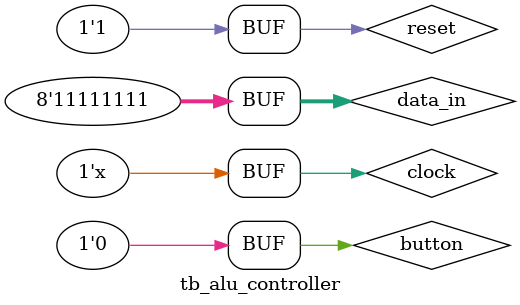
<source format=v>

`timescale 1 ns/1 ns

module tb_alu_controller();
    reg clock, reset, button;
    reg [7:0] data_in;
    wire enAlu, enMul, disp_alu;
    wire [2:0] state;
    wire [3:0] opcode_o;
    wire [7:0] opA_o, opB_o;

    alu_controller_iceqman mod1(clock, reset, button, data_in, enAlu, enMul, opcode_o, opA_o, opB_o, disp_alu, state);
    
    initial begin
        // Reset
        clock = 1'b0;
        reset = 1'b0;
        data_in = 8'd0;
        button = 1'b1;
        #20;

        // Opcode: pid && (A, B)
        reset = 1'b1;
        button = 1'b0;
        data_in = 8'd0;
        #20;

        // A = 0x33
        data_in = 8'h33;
        #20;

        // B = 0xff
        data_in = 8'hff;
        #20;
    end

    // Procedural block modeling 50 MHz Clock
	always begin
		#10 clock = !clock; // 50 MHz frequency = 20 ns period
	end

endmodule
</source>
